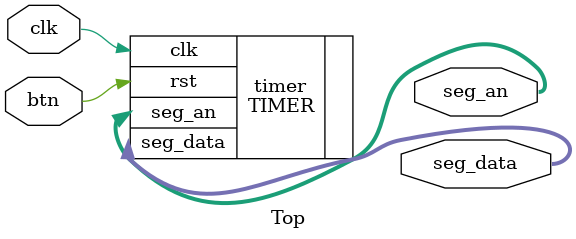
<source format=v>
`timescale 1ns / 1ps


module Top(
    input                   clk,
    input                   btn,
    output [2:0]            seg_an,
    output [3:0]            seg_data
);
    TIMER timer(
        .clk(clk),
        .rst(btn),
        .seg_data(seg_data),
        .seg_an(seg_an)
    );
endmodule
/*module TIMER (
    input                           clk,rst,
    output      reg     [3:0]       seg_data,
    output      reg     [2:0]       seg_an
);*/
</source>
